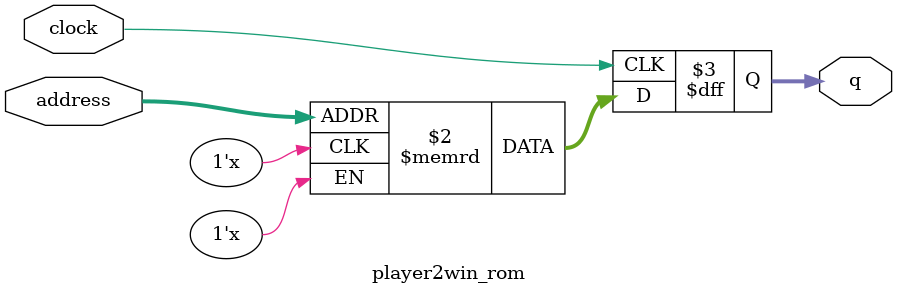
<source format=sv>
module player2win_rom (
	input logic clock,
	input logic [18:0] address,
	output logic [3:0] q
);

logic [3:0] memory [0:307199] /* synthesis ram_init_file = "./player2win/player2win.mif" */;

always_ff @ (posedge clock) begin
	q <= memory[address];
end

endmodule

</source>
